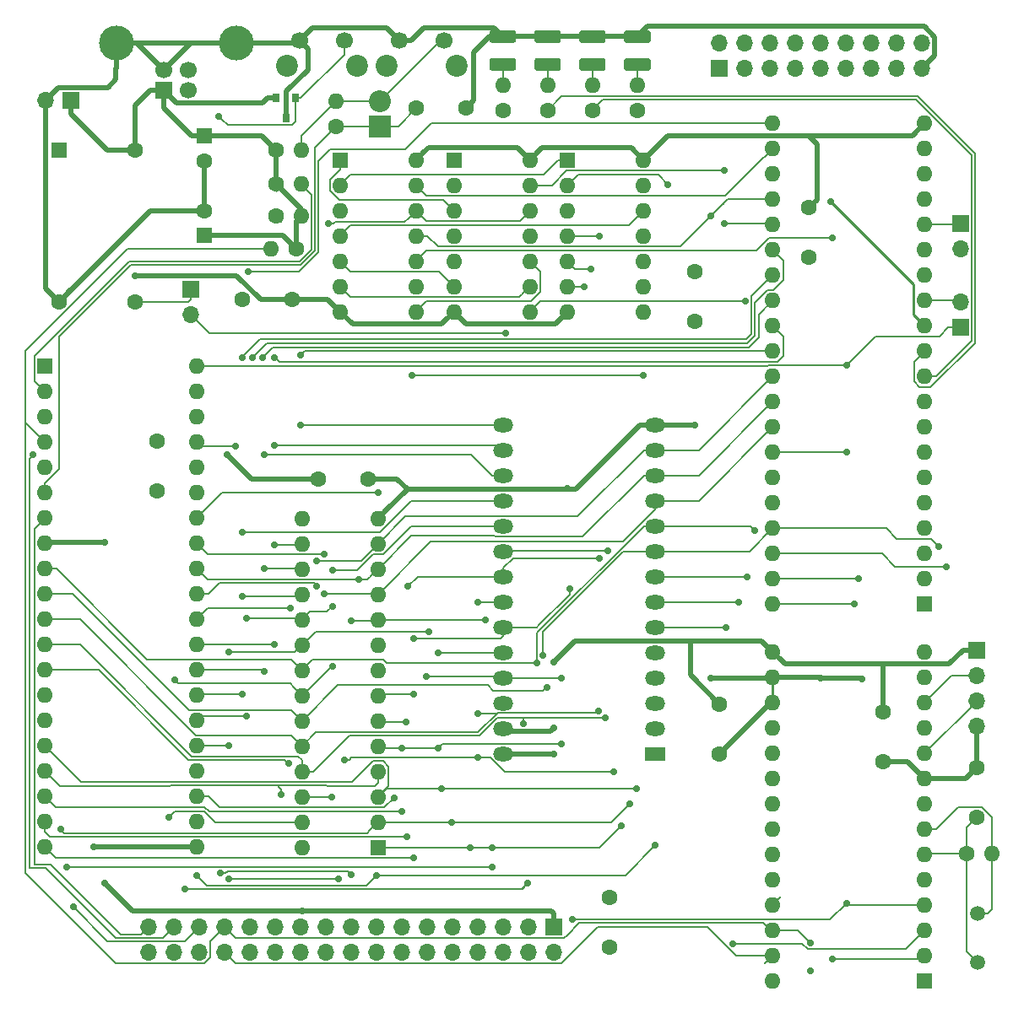
<source format=gbr>
G04 #@! TF.GenerationSoftware,KiCad,Pcbnew,5.1.5+dfsg1-2build2*
G04 #@! TF.CreationDate,2021-10-03T17:02:51+02:00*
G04 #@! TF.ProjectId,board6502,626f6172-6436-4353-9032-2e6b69636164,rev?*
G04 #@! TF.SameCoordinates,Original*
G04 #@! TF.FileFunction,Copper,L1,Top*
G04 #@! TF.FilePolarity,Positive*
%FSLAX46Y46*%
G04 Gerber Fmt 4.6, Leading zero omitted, Abs format (unit mm)*
G04 Created by KiCad (PCBNEW 5.1.5+dfsg1-2build2) date 2021-10-03 17:02:51*
%MOMM*%
%LPD*%
G04 APERTURE LIST*
%ADD10R,0.800000X0.900000*%
%ADD11C,1.600000*%
%ADD12O,1.600000X1.600000*%
%ADD13R,1.600000X1.600000*%
%ADD14R,1.700000X1.700000*%
%ADD15O,1.700000X1.700000*%
%ADD16C,1.700000*%
%ADD17C,3.500000*%
%ADD18C,0.100000*%
%ADD19R,2.200000X2.200000*%
%ADD20O,2.200000X2.200000*%
%ADD21C,2.200000*%
%ADD22R,2.000000X1.440000*%
%ADD23O,2.000000X1.440000*%
%ADD24C,1.500000*%
%ADD25C,0.700000*%
%ADD26C,0.177800*%
%ADD27C,0.254000*%
%ADD28C,0.508000*%
%ADD29C,0.152400*%
G04 APERTURE END LIST*
D10*
X72700000Y-39600000D03*
X70800000Y-39600000D03*
X71750000Y-41600000D03*
D11*
X102500000Y-40800000D03*
D12*
X102500000Y-38260000D03*
D13*
X81000000Y-114800000D03*
D12*
X73380000Y-81780000D03*
X81000000Y-112260000D03*
X73380000Y-84320000D03*
X81000000Y-109720000D03*
X73380000Y-86860000D03*
X81000000Y-107180000D03*
X73380000Y-89400000D03*
X81000000Y-104640000D03*
X73380000Y-91940000D03*
X81000000Y-102100000D03*
X73380000Y-94480000D03*
X81000000Y-99560000D03*
X73380000Y-97020000D03*
X81000000Y-97020000D03*
X73380000Y-99560000D03*
X81000000Y-94480000D03*
X73380000Y-102100000D03*
X81000000Y-91940000D03*
X73380000Y-104640000D03*
X81000000Y-89400000D03*
X73380000Y-107180000D03*
X81000000Y-86860000D03*
X73380000Y-109720000D03*
X81000000Y-84320000D03*
X73380000Y-112260000D03*
X81000000Y-81780000D03*
X73380000Y-114800000D03*
X120560000Y-90400000D03*
X135800000Y-42140000D03*
X120560000Y-87860000D03*
X135800000Y-44680000D03*
X120560000Y-85320000D03*
X135800000Y-47220000D03*
X120560000Y-82780000D03*
X135800000Y-49760000D03*
X120560000Y-80240000D03*
X135800000Y-52300000D03*
X120560000Y-77700000D03*
X135800000Y-54840000D03*
X120560000Y-75160000D03*
X135800000Y-57380000D03*
X120560000Y-72620000D03*
X135800000Y-59920000D03*
X120560000Y-70080000D03*
X135800000Y-62460000D03*
X120560000Y-67540000D03*
X135800000Y-65000000D03*
X120560000Y-65000000D03*
X135800000Y-67540000D03*
X120560000Y-62460000D03*
X135800000Y-70080000D03*
X120560000Y-59920000D03*
X135800000Y-72620000D03*
X120560000Y-57380000D03*
X135800000Y-75160000D03*
X120560000Y-54840000D03*
X135800000Y-77700000D03*
X120560000Y-52300000D03*
X135800000Y-80240000D03*
X120560000Y-49760000D03*
X135800000Y-82780000D03*
X120560000Y-47220000D03*
X135800000Y-85320000D03*
X120560000Y-44680000D03*
X135800000Y-87860000D03*
X120560000Y-42140000D03*
D13*
X135800000Y-90400000D03*
D14*
X115200000Y-36600000D03*
D15*
X115200000Y-34060000D03*
X117740000Y-36600000D03*
X117740000Y-34060000D03*
X120280000Y-36600000D03*
X120280000Y-34060000D03*
X122820000Y-36600000D03*
X122820000Y-34060000D03*
X125360000Y-36600000D03*
X125360000Y-34060000D03*
X127900000Y-36600000D03*
X127900000Y-34060000D03*
X130440000Y-36600000D03*
X130440000Y-34060000D03*
X132980000Y-36600000D03*
X132980000Y-34060000D03*
X135520000Y-36600000D03*
X135520000Y-34060000D03*
D14*
X59500000Y-38800000D03*
D16*
X62000000Y-38800000D03*
X62000000Y-36800000D03*
X59500000Y-36800000D03*
D17*
X54730000Y-34090000D03*
X66770000Y-34090000D03*
D15*
X57960000Y-125340000D03*
X57960000Y-122800000D03*
X60500000Y-125340000D03*
X60500000Y-122800000D03*
X63040000Y-125340000D03*
X63040000Y-122800000D03*
X65580000Y-125340000D03*
X65580000Y-122800000D03*
X68120000Y-125340000D03*
X68120000Y-122800000D03*
X70660000Y-125340000D03*
X70660000Y-122800000D03*
X73200000Y-125340000D03*
X73200000Y-122800000D03*
X75740000Y-125340000D03*
X75740000Y-122800000D03*
X78280000Y-125340000D03*
X78280000Y-122800000D03*
X80820000Y-125340000D03*
X80820000Y-122800000D03*
X83360000Y-125340000D03*
X83360000Y-122800000D03*
X85900000Y-125340000D03*
X85900000Y-122800000D03*
X88440000Y-125340000D03*
X88440000Y-122800000D03*
X90980000Y-125340000D03*
X90980000Y-122800000D03*
X93520000Y-125340000D03*
X93520000Y-122800000D03*
X96060000Y-125340000D03*
X96060000Y-122800000D03*
X98600000Y-125340000D03*
D14*
X98600000Y-122800000D03*
D11*
X141000000Y-106800000D03*
X141000000Y-111800000D03*
X124200000Y-50600000D03*
X124200000Y-55600000D03*
X75000000Y-77800000D03*
X80000000Y-77800000D03*
D13*
X63600000Y-43400000D03*
D11*
X63600000Y-45900000D03*
X72400000Y-59800000D03*
X67400000Y-59800000D03*
X112800000Y-62000000D03*
X112800000Y-57000000D03*
X131600000Y-101200000D03*
X131600000Y-106200000D03*
X58800000Y-79000000D03*
X58800000Y-74000000D03*
X63600000Y-50900000D03*
D13*
X63600000Y-53400000D03*
D11*
X104200000Y-119800000D03*
X104200000Y-124800000D03*
X115200000Y-105400000D03*
X115200000Y-100400000D03*
X89800000Y-40600000D03*
X84800000Y-40600000D03*
G04 #@! TA.AperFunction,SMDPad,CuDef*
D18*
G36*
X108099504Y-35576204D02*
G01*
X108123773Y-35579804D01*
X108147571Y-35585765D01*
X108170671Y-35594030D01*
X108192849Y-35604520D01*
X108213893Y-35617133D01*
X108233598Y-35631747D01*
X108251777Y-35648223D01*
X108268253Y-35666402D01*
X108282867Y-35686107D01*
X108295480Y-35707151D01*
X108305970Y-35729329D01*
X108314235Y-35752429D01*
X108320196Y-35776227D01*
X108323796Y-35800496D01*
X108325000Y-35825000D01*
X108325000Y-36575000D01*
X108323796Y-36599504D01*
X108320196Y-36623773D01*
X108314235Y-36647571D01*
X108305970Y-36670671D01*
X108295480Y-36692849D01*
X108282867Y-36713893D01*
X108268253Y-36733598D01*
X108251777Y-36751777D01*
X108233598Y-36768253D01*
X108213893Y-36782867D01*
X108192849Y-36795480D01*
X108170671Y-36805970D01*
X108147571Y-36814235D01*
X108123773Y-36820196D01*
X108099504Y-36823796D01*
X108075000Y-36825000D01*
X105925000Y-36825000D01*
X105900496Y-36823796D01*
X105876227Y-36820196D01*
X105852429Y-36814235D01*
X105829329Y-36805970D01*
X105807151Y-36795480D01*
X105786107Y-36782867D01*
X105766402Y-36768253D01*
X105748223Y-36751777D01*
X105731747Y-36733598D01*
X105717133Y-36713893D01*
X105704520Y-36692849D01*
X105694030Y-36670671D01*
X105685765Y-36647571D01*
X105679804Y-36623773D01*
X105676204Y-36599504D01*
X105675000Y-36575000D01*
X105675000Y-35825000D01*
X105676204Y-35800496D01*
X105679804Y-35776227D01*
X105685765Y-35752429D01*
X105694030Y-35729329D01*
X105704520Y-35707151D01*
X105717133Y-35686107D01*
X105731747Y-35666402D01*
X105748223Y-35648223D01*
X105766402Y-35631747D01*
X105786107Y-35617133D01*
X105807151Y-35604520D01*
X105829329Y-35594030D01*
X105852429Y-35585765D01*
X105876227Y-35579804D01*
X105900496Y-35576204D01*
X105925000Y-35575000D01*
X108075000Y-35575000D01*
X108099504Y-35576204D01*
G37*
G04 #@! TD.AperFunction*
G04 #@! TA.AperFunction,SMDPad,CuDef*
G36*
X108099504Y-32776204D02*
G01*
X108123773Y-32779804D01*
X108147571Y-32785765D01*
X108170671Y-32794030D01*
X108192849Y-32804520D01*
X108213893Y-32817133D01*
X108233598Y-32831747D01*
X108251777Y-32848223D01*
X108268253Y-32866402D01*
X108282867Y-32886107D01*
X108295480Y-32907151D01*
X108305970Y-32929329D01*
X108314235Y-32952429D01*
X108320196Y-32976227D01*
X108323796Y-33000496D01*
X108325000Y-33025000D01*
X108325000Y-33775000D01*
X108323796Y-33799504D01*
X108320196Y-33823773D01*
X108314235Y-33847571D01*
X108305970Y-33870671D01*
X108295480Y-33892849D01*
X108282867Y-33913893D01*
X108268253Y-33933598D01*
X108251777Y-33951777D01*
X108233598Y-33968253D01*
X108213893Y-33982867D01*
X108192849Y-33995480D01*
X108170671Y-34005970D01*
X108147571Y-34014235D01*
X108123773Y-34020196D01*
X108099504Y-34023796D01*
X108075000Y-34025000D01*
X105925000Y-34025000D01*
X105900496Y-34023796D01*
X105876227Y-34020196D01*
X105852429Y-34014235D01*
X105829329Y-34005970D01*
X105807151Y-33995480D01*
X105786107Y-33982867D01*
X105766402Y-33968253D01*
X105748223Y-33951777D01*
X105731747Y-33933598D01*
X105717133Y-33913893D01*
X105704520Y-33892849D01*
X105694030Y-33870671D01*
X105685765Y-33847571D01*
X105679804Y-33823773D01*
X105676204Y-33799504D01*
X105675000Y-33775000D01*
X105675000Y-33025000D01*
X105676204Y-33000496D01*
X105679804Y-32976227D01*
X105685765Y-32952429D01*
X105694030Y-32929329D01*
X105704520Y-32907151D01*
X105717133Y-32886107D01*
X105731747Y-32866402D01*
X105748223Y-32848223D01*
X105766402Y-32831747D01*
X105786107Y-32817133D01*
X105807151Y-32804520D01*
X105829329Y-32794030D01*
X105852429Y-32785765D01*
X105876227Y-32779804D01*
X105900496Y-32776204D01*
X105925000Y-32775000D01*
X108075000Y-32775000D01*
X108099504Y-32776204D01*
G37*
G04 #@! TD.AperFunction*
G04 #@! TA.AperFunction,SMDPad,CuDef*
G36*
X103599504Y-32776204D02*
G01*
X103623773Y-32779804D01*
X103647571Y-32785765D01*
X103670671Y-32794030D01*
X103692849Y-32804520D01*
X103713893Y-32817133D01*
X103733598Y-32831747D01*
X103751777Y-32848223D01*
X103768253Y-32866402D01*
X103782867Y-32886107D01*
X103795480Y-32907151D01*
X103805970Y-32929329D01*
X103814235Y-32952429D01*
X103820196Y-32976227D01*
X103823796Y-33000496D01*
X103825000Y-33025000D01*
X103825000Y-33775000D01*
X103823796Y-33799504D01*
X103820196Y-33823773D01*
X103814235Y-33847571D01*
X103805970Y-33870671D01*
X103795480Y-33892849D01*
X103782867Y-33913893D01*
X103768253Y-33933598D01*
X103751777Y-33951777D01*
X103733598Y-33968253D01*
X103713893Y-33982867D01*
X103692849Y-33995480D01*
X103670671Y-34005970D01*
X103647571Y-34014235D01*
X103623773Y-34020196D01*
X103599504Y-34023796D01*
X103575000Y-34025000D01*
X101425000Y-34025000D01*
X101400496Y-34023796D01*
X101376227Y-34020196D01*
X101352429Y-34014235D01*
X101329329Y-34005970D01*
X101307151Y-33995480D01*
X101286107Y-33982867D01*
X101266402Y-33968253D01*
X101248223Y-33951777D01*
X101231747Y-33933598D01*
X101217133Y-33913893D01*
X101204520Y-33892849D01*
X101194030Y-33870671D01*
X101185765Y-33847571D01*
X101179804Y-33823773D01*
X101176204Y-33799504D01*
X101175000Y-33775000D01*
X101175000Y-33025000D01*
X101176204Y-33000496D01*
X101179804Y-32976227D01*
X101185765Y-32952429D01*
X101194030Y-32929329D01*
X101204520Y-32907151D01*
X101217133Y-32886107D01*
X101231747Y-32866402D01*
X101248223Y-32848223D01*
X101266402Y-32831747D01*
X101286107Y-32817133D01*
X101307151Y-32804520D01*
X101329329Y-32794030D01*
X101352429Y-32785765D01*
X101376227Y-32779804D01*
X101400496Y-32776204D01*
X101425000Y-32775000D01*
X103575000Y-32775000D01*
X103599504Y-32776204D01*
G37*
G04 #@! TD.AperFunction*
G04 #@! TA.AperFunction,SMDPad,CuDef*
G36*
X103599504Y-35576204D02*
G01*
X103623773Y-35579804D01*
X103647571Y-35585765D01*
X103670671Y-35594030D01*
X103692849Y-35604520D01*
X103713893Y-35617133D01*
X103733598Y-35631747D01*
X103751777Y-35648223D01*
X103768253Y-35666402D01*
X103782867Y-35686107D01*
X103795480Y-35707151D01*
X103805970Y-35729329D01*
X103814235Y-35752429D01*
X103820196Y-35776227D01*
X103823796Y-35800496D01*
X103825000Y-35825000D01*
X103825000Y-36575000D01*
X103823796Y-36599504D01*
X103820196Y-36623773D01*
X103814235Y-36647571D01*
X103805970Y-36670671D01*
X103795480Y-36692849D01*
X103782867Y-36713893D01*
X103768253Y-36733598D01*
X103751777Y-36751777D01*
X103733598Y-36768253D01*
X103713893Y-36782867D01*
X103692849Y-36795480D01*
X103670671Y-36805970D01*
X103647571Y-36814235D01*
X103623773Y-36820196D01*
X103599504Y-36823796D01*
X103575000Y-36825000D01*
X101425000Y-36825000D01*
X101400496Y-36823796D01*
X101376227Y-36820196D01*
X101352429Y-36814235D01*
X101329329Y-36805970D01*
X101307151Y-36795480D01*
X101286107Y-36782867D01*
X101266402Y-36768253D01*
X101248223Y-36751777D01*
X101231747Y-36733598D01*
X101217133Y-36713893D01*
X101204520Y-36692849D01*
X101194030Y-36670671D01*
X101185765Y-36647571D01*
X101179804Y-36623773D01*
X101176204Y-36599504D01*
X101175000Y-36575000D01*
X101175000Y-35825000D01*
X101176204Y-35800496D01*
X101179804Y-35776227D01*
X101185765Y-35752429D01*
X101194030Y-35729329D01*
X101204520Y-35707151D01*
X101217133Y-35686107D01*
X101231747Y-35666402D01*
X101248223Y-35648223D01*
X101266402Y-35631747D01*
X101286107Y-35617133D01*
X101307151Y-35604520D01*
X101329329Y-35594030D01*
X101352429Y-35585765D01*
X101376227Y-35579804D01*
X101400496Y-35576204D01*
X101425000Y-35575000D01*
X103575000Y-35575000D01*
X103599504Y-35576204D01*
G37*
G04 #@! TD.AperFunction*
G04 #@! TA.AperFunction,SMDPad,CuDef*
G36*
X99099504Y-32776204D02*
G01*
X99123773Y-32779804D01*
X99147571Y-32785765D01*
X99170671Y-32794030D01*
X99192849Y-32804520D01*
X99213893Y-32817133D01*
X99233598Y-32831747D01*
X99251777Y-32848223D01*
X99268253Y-32866402D01*
X99282867Y-32886107D01*
X99295480Y-32907151D01*
X99305970Y-32929329D01*
X99314235Y-32952429D01*
X99320196Y-32976227D01*
X99323796Y-33000496D01*
X99325000Y-33025000D01*
X99325000Y-33775000D01*
X99323796Y-33799504D01*
X99320196Y-33823773D01*
X99314235Y-33847571D01*
X99305970Y-33870671D01*
X99295480Y-33892849D01*
X99282867Y-33913893D01*
X99268253Y-33933598D01*
X99251777Y-33951777D01*
X99233598Y-33968253D01*
X99213893Y-33982867D01*
X99192849Y-33995480D01*
X99170671Y-34005970D01*
X99147571Y-34014235D01*
X99123773Y-34020196D01*
X99099504Y-34023796D01*
X99075000Y-34025000D01*
X96925000Y-34025000D01*
X96900496Y-34023796D01*
X96876227Y-34020196D01*
X96852429Y-34014235D01*
X96829329Y-34005970D01*
X96807151Y-33995480D01*
X96786107Y-33982867D01*
X96766402Y-33968253D01*
X96748223Y-33951777D01*
X96731747Y-33933598D01*
X96717133Y-33913893D01*
X96704520Y-33892849D01*
X96694030Y-33870671D01*
X96685765Y-33847571D01*
X96679804Y-33823773D01*
X96676204Y-33799504D01*
X96675000Y-33775000D01*
X96675000Y-33025000D01*
X96676204Y-33000496D01*
X96679804Y-32976227D01*
X96685765Y-32952429D01*
X96694030Y-32929329D01*
X96704520Y-32907151D01*
X96717133Y-32886107D01*
X96731747Y-32866402D01*
X96748223Y-32848223D01*
X96766402Y-32831747D01*
X96786107Y-32817133D01*
X96807151Y-32804520D01*
X96829329Y-32794030D01*
X96852429Y-32785765D01*
X96876227Y-32779804D01*
X96900496Y-32776204D01*
X96925000Y-32775000D01*
X99075000Y-32775000D01*
X99099504Y-32776204D01*
G37*
G04 #@! TD.AperFunction*
G04 #@! TA.AperFunction,SMDPad,CuDef*
G36*
X99099504Y-35576204D02*
G01*
X99123773Y-35579804D01*
X99147571Y-35585765D01*
X99170671Y-35594030D01*
X99192849Y-35604520D01*
X99213893Y-35617133D01*
X99233598Y-35631747D01*
X99251777Y-35648223D01*
X99268253Y-35666402D01*
X99282867Y-35686107D01*
X99295480Y-35707151D01*
X99305970Y-35729329D01*
X99314235Y-35752429D01*
X99320196Y-35776227D01*
X99323796Y-35800496D01*
X99325000Y-35825000D01*
X99325000Y-36575000D01*
X99323796Y-36599504D01*
X99320196Y-36623773D01*
X99314235Y-36647571D01*
X99305970Y-36670671D01*
X99295480Y-36692849D01*
X99282867Y-36713893D01*
X99268253Y-36733598D01*
X99251777Y-36751777D01*
X99233598Y-36768253D01*
X99213893Y-36782867D01*
X99192849Y-36795480D01*
X99170671Y-36805970D01*
X99147571Y-36814235D01*
X99123773Y-36820196D01*
X99099504Y-36823796D01*
X99075000Y-36825000D01*
X96925000Y-36825000D01*
X96900496Y-36823796D01*
X96876227Y-36820196D01*
X96852429Y-36814235D01*
X96829329Y-36805970D01*
X96807151Y-36795480D01*
X96786107Y-36782867D01*
X96766402Y-36768253D01*
X96748223Y-36751777D01*
X96731747Y-36733598D01*
X96717133Y-36713893D01*
X96704520Y-36692849D01*
X96694030Y-36670671D01*
X96685765Y-36647571D01*
X96679804Y-36623773D01*
X96676204Y-36599504D01*
X96675000Y-36575000D01*
X96675000Y-35825000D01*
X96676204Y-35800496D01*
X96679804Y-35776227D01*
X96685765Y-35752429D01*
X96694030Y-35729329D01*
X96704520Y-35707151D01*
X96717133Y-35686107D01*
X96731747Y-35666402D01*
X96748223Y-35648223D01*
X96766402Y-35631747D01*
X96786107Y-35617133D01*
X96807151Y-35604520D01*
X96829329Y-35594030D01*
X96852429Y-35585765D01*
X96876227Y-35579804D01*
X96900496Y-35576204D01*
X96925000Y-35575000D01*
X99075000Y-35575000D01*
X99099504Y-35576204D01*
G37*
G04 #@! TD.AperFunction*
D19*
X81200000Y-42400000D03*
D20*
X81200000Y-39860000D03*
G04 #@! TA.AperFunction,SMDPad,CuDef*
D18*
G36*
X94599504Y-35576204D02*
G01*
X94623773Y-35579804D01*
X94647571Y-35585765D01*
X94670671Y-35594030D01*
X94692849Y-35604520D01*
X94713893Y-35617133D01*
X94733598Y-35631747D01*
X94751777Y-35648223D01*
X94768253Y-35666402D01*
X94782867Y-35686107D01*
X94795480Y-35707151D01*
X94805970Y-35729329D01*
X94814235Y-35752429D01*
X94820196Y-35776227D01*
X94823796Y-35800496D01*
X94825000Y-35825000D01*
X94825000Y-36575000D01*
X94823796Y-36599504D01*
X94820196Y-36623773D01*
X94814235Y-36647571D01*
X94805970Y-36670671D01*
X94795480Y-36692849D01*
X94782867Y-36713893D01*
X94768253Y-36733598D01*
X94751777Y-36751777D01*
X94733598Y-36768253D01*
X94713893Y-36782867D01*
X94692849Y-36795480D01*
X94670671Y-36805970D01*
X94647571Y-36814235D01*
X94623773Y-36820196D01*
X94599504Y-36823796D01*
X94575000Y-36825000D01*
X92425000Y-36825000D01*
X92400496Y-36823796D01*
X92376227Y-36820196D01*
X92352429Y-36814235D01*
X92329329Y-36805970D01*
X92307151Y-36795480D01*
X92286107Y-36782867D01*
X92266402Y-36768253D01*
X92248223Y-36751777D01*
X92231747Y-36733598D01*
X92217133Y-36713893D01*
X92204520Y-36692849D01*
X92194030Y-36670671D01*
X92185765Y-36647571D01*
X92179804Y-36623773D01*
X92176204Y-36599504D01*
X92175000Y-36575000D01*
X92175000Y-35825000D01*
X92176204Y-35800496D01*
X92179804Y-35776227D01*
X92185765Y-35752429D01*
X92194030Y-35729329D01*
X92204520Y-35707151D01*
X92217133Y-35686107D01*
X92231747Y-35666402D01*
X92248223Y-35648223D01*
X92266402Y-35631747D01*
X92286107Y-35617133D01*
X92307151Y-35604520D01*
X92329329Y-35594030D01*
X92352429Y-35585765D01*
X92376227Y-35579804D01*
X92400496Y-35576204D01*
X92425000Y-35575000D01*
X94575000Y-35575000D01*
X94599504Y-35576204D01*
G37*
G04 #@! TD.AperFunction*
G04 #@! TA.AperFunction,SMDPad,CuDef*
G36*
X94599504Y-32776204D02*
G01*
X94623773Y-32779804D01*
X94647571Y-32785765D01*
X94670671Y-32794030D01*
X94692849Y-32804520D01*
X94713893Y-32817133D01*
X94733598Y-32831747D01*
X94751777Y-32848223D01*
X94768253Y-32866402D01*
X94782867Y-32886107D01*
X94795480Y-32907151D01*
X94805970Y-32929329D01*
X94814235Y-32952429D01*
X94820196Y-32976227D01*
X94823796Y-33000496D01*
X94825000Y-33025000D01*
X94825000Y-33775000D01*
X94823796Y-33799504D01*
X94820196Y-33823773D01*
X94814235Y-33847571D01*
X94805970Y-33870671D01*
X94795480Y-33892849D01*
X94782867Y-33913893D01*
X94768253Y-33933598D01*
X94751777Y-33951777D01*
X94733598Y-33968253D01*
X94713893Y-33982867D01*
X94692849Y-33995480D01*
X94670671Y-34005970D01*
X94647571Y-34014235D01*
X94623773Y-34020196D01*
X94599504Y-34023796D01*
X94575000Y-34025000D01*
X92425000Y-34025000D01*
X92400496Y-34023796D01*
X92376227Y-34020196D01*
X92352429Y-34014235D01*
X92329329Y-34005970D01*
X92307151Y-33995480D01*
X92286107Y-33982867D01*
X92266402Y-33968253D01*
X92248223Y-33951777D01*
X92231747Y-33933598D01*
X92217133Y-33913893D01*
X92204520Y-33892849D01*
X92194030Y-33870671D01*
X92185765Y-33847571D01*
X92179804Y-33823773D01*
X92176204Y-33799504D01*
X92175000Y-33775000D01*
X92175000Y-33025000D01*
X92176204Y-33000496D01*
X92179804Y-32976227D01*
X92185765Y-32952429D01*
X92194030Y-32929329D01*
X92204520Y-32907151D01*
X92217133Y-32886107D01*
X92231747Y-32866402D01*
X92248223Y-32848223D01*
X92266402Y-32831747D01*
X92286107Y-32817133D01*
X92307151Y-32804520D01*
X92329329Y-32794030D01*
X92352429Y-32785765D01*
X92376227Y-32779804D01*
X92400496Y-32776204D01*
X92425000Y-32775000D01*
X94575000Y-32775000D01*
X94599504Y-32776204D01*
G37*
G04 #@! TD.AperFunction*
D14*
X141000000Y-95000000D03*
D15*
X141000000Y-97540000D03*
X141000000Y-100080000D03*
X141000000Y-102620000D03*
X47660000Y-39800000D03*
D14*
X50200000Y-39800000D03*
X139400000Y-62600000D03*
D15*
X139400000Y-60060000D03*
D14*
X139400000Y-52200000D03*
D15*
X139400000Y-54740000D03*
X62200000Y-61340000D03*
D14*
X62200000Y-58800000D03*
D12*
X107000000Y-38260000D03*
D11*
X107000000Y-40800000D03*
D12*
X98000000Y-38260000D03*
D11*
X98000000Y-40800000D03*
D12*
X70260000Y-54750000D03*
D11*
X72800000Y-54750000D03*
X70750000Y-48200000D03*
D12*
X73290000Y-48200000D03*
D11*
X70750000Y-51400000D03*
D12*
X73290000Y-51400000D03*
X142540000Y-115400000D03*
D11*
X140000000Y-115400000D03*
X70750000Y-44800000D03*
D12*
X73290000Y-44800000D03*
D11*
X76800000Y-42400000D03*
D12*
X76800000Y-39860000D03*
X93500000Y-38260000D03*
D11*
X93500000Y-40800000D03*
D16*
X73100000Y-33800000D03*
X77600000Y-33800000D03*
D21*
X71850000Y-36300000D03*
X78850000Y-36300000D03*
X88850000Y-36300000D03*
X81850000Y-36300000D03*
D16*
X87600000Y-33800000D03*
X83100000Y-33800000D03*
D13*
X88600000Y-45800000D03*
D12*
X96220000Y-61040000D03*
X88600000Y-48340000D03*
X96220000Y-58500000D03*
X88600000Y-50880000D03*
X96220000Y-55960000D03*
X88600000Y-53420000D03*
X96220000Y-53420000D03*
X88600000Y-55960000D03*
X96220000Y-50880000D03*
X88600000Y-58500000D03*
X96220000Y-48340000D03*
X88600000Y-61040000D03*
X96220000Y-45800000D03*
D13*
X77200000Y-45800000D03*
D12*
X84820000Y-61040000D03*
X77200000Y-48340000D03*
X84820000Y-58500000D03*
X77200000Y-50880000D03*
X84820000Y-55960000D03*
X77200000Y-53420000D03*
X84820000Y-53420000D03*
X77200000Y-55960000D03*
X84820000Y-50880000D03*
X77200000Y-58500000D03*
X84820000Y-48340000D03*
X77200000Y-61040000D03*
X84820000Y-45800000D03*
X107620000Y-45800000D03*
X100000000Y-61040000D03*
X107620000Y-48340000D03*
X100000000Y-58500000D03*
X107620000Y-50880000D03*
X100000000Y-55960000D03*
X107620000Y-53420000D03*
X100000000Y-53420000D03*
X107620000Y-55960000D03*
X100000000Y-50880000D03*
X107620000Y-58500000D03*
X100000000Y-48340000D03*
X107620000Y-61040000D03*
D13*
X100000000Y-45800000D03*
X135800000Y-128200000D03*
D12*
X120560000Y-95180000D03*
X135800000Y-125660000D03*
X120560000Y-97720000D03*
X135800000Y-123120000D03*
X120560000Y-100260000D03*
X135800000Y-120580000D03*
X120560000Y-102800000D03*
X135800000Y-118040000D03*
X120560000Y-105340000D03*
X135800000Y-115500000D03*
X120560000Y-107880000D03*
X135800000Y-112960000D03*
X120560000Y-110420000D03*
X135800000Y-110420000D03*
X120560000Y-112960000D03*
X135800000Y-107880000D03*
X120560000Y-115500000D03*
X135800000Y-105340000D03*
X120560000Y-118040000D03*
X135800000Y-102800000D03*
X120560000Y-120580000D03*
X135800000Y-100260000D03*
X120560000Y-123120000D03*
X135800000Y-97720000D03*
X120560000Y-125660000D03*
X135800000Y-95180000D03*
X120560000Y-128200000D03*
D13*
X47600000Y-66500000D03*
D12*
X62840000Y-114760000D03*
X47600000Y-69040000D03*
X62840000Y-112220000D03*
X47600000Y-71580000D03*
X62840000Y-109680000D03*
X47600000Y-74120000D03*
X62840000Y-107140000D03*
X47600000Y-76660000D03*
X62840000Y-104600000D03*
X47600000Y-79200000D03*
X62840000Y-102060000D03*
X47600000Y-81740000D03*
X62840000Y-99520000D03*
X47600000Y-84280000D03*
X62840000Y-96980000D03*
X47600000Y-86820000D03*
X62840000Y-94440000D03*
X47600000Y-89360000D03*
X62840000Y-91900000D03*
X47600000Y-91900000D03*
X62840000Y-89360000D03*
X47600000Y-94440000D03*
X62840000Y-86820000D03*
X47600000Y-96980000D03*
X62840000Y-84280000D03*
X47600000Y-99520000D03*
X62840000Y-81740000D03*
X47600000Y-102060000D03*
X62840000Y-79200000D03*
X47600000Y-104600000D03*
X62840000Y-76660000D03*
X47600000Y-107140000D03*
X62840000Y-74120000D03*
X47600000Y-109680000D03*
X62840000Y-71580000D03*
X47600000Y-112220000D03*
X62840000Y-69040000D03*
X47600000Y-114760000D03*
X62840000Y-66500000D03*
D22*
X108800000Y-105400000D03*
D23*
X93560000Y-105400000D03*
X108800000Y-102860000D03*
X93560000Y-102860000D03*
X108800000Y-100320000D03*
X93560000Y-100320000D03*
X108800000Y-97780000D03*
X93560000Y-97780000D03*
X108800000Y-95240000D03*
X93560000Y-95240000D03*
X108800000Y-92700000D03*
X93560000Y-92700000D03*
X108800000Y-90160000D03*
X93560000Y-90160000D03*
X108800000Y-87620000D03*
X93560000Y-87620000D03*
X108800000Y-85080000D03*
X93560000Y-85080000D03*
X108800000Y-82540000D03*
X93560000Y-82540000D03*
X108800000Y-80000000D03*
X93560000Y-80000000D03*
X108800000Y-77460000D03*
X93560000Y-77460000D03*
X108800000Y-74920000D03*
X93560000Y-74920000D03*
X108800000Y-72380000D03*
X93560000Y-72380000D03*
D13*
X49000000Y-44800000D03*
D11*
X56620000Y-44800000D03*
X56620000Y-60040000D03*
X49000000Y-60040000D03*
D24*
X141100000Y-126300000D03*
X141100000Y-121400000D03*
D25*
X125400000Y-97800000D03*
X129534000Y-97866000D03*
X112800000Y-72400000D03*
X114400000Y-97800000D03*
X100000000Y-78800000D03*
X52440000Y-114760000D03*
X56600000Y-57400000D03*
X98600000Y-105400000D03*
X98600000Y-96200000D03*
X98600000Y-102800000D03*
X53600000Y-84200000D03*
X73380000Y-121180000D03*
X53600000Y-118400000D03*
X65838219Y-75361781D03*
X50408002Y-120791998D03*
X128800000Y-90400000D03*
X129200000Y-87800000D03*
X65000000Y-41400000D03*
X127960000Y-75160000D03*
X128000000Y-66400000D03*
X127960000Y-120440000D03*
X100465999Y-122065999D03*
X96909999Y-96309999D03*
X118800000Y-83000000D03*
X138000000Y-86600000D03*
X137200000Y-84600000D03*
X97900000Y-98700000D03*
X97514000Y-95486000D03*
X117980000Y-87620000D03*
X103100000Y-101100000D03*
X91000000Y-101400000D03*
X117160000Y-90160000D03*
X103800000Y-101800000D03*
X95600000Y-102400000D03*
X72000000Y-106400000D03*
X76320000Y-109720000D03*
X77600000Y-106000000D03*
X104600000Y-107200000D03*
X91004211Y-105795789D03*
X115900000Y-92700000D03*
X114400000Y-51400000D03*
X92415999Y-114815999D03*
X49804001Y-116795999D03*
X92415999Y-116784001D03*
X105400000Y-112600000D03*
X90200000Y-114800000D03*
X49200000Y-113000000D03*
X88340000Y-112260000D03*
X106200000Y-110400000D03*
X87335999Y-108864001D03*
X106935999Y-108864001D03*
X71300000Y-109500000D03*
X85800000Y-97600000D03*
X101700000Y-58500000D03*
X99400000Y-97800000D03*
X83365999Y-111165999D03*
X83365999Y-104834001D03*
X87034001Y-104834001D03*
X87034001Y-95234001D03*
X99374010Y-104425990D03*
X102304001Y-56710973D03*
X83905999Y-113705999D03*
X83800000Y-102200000D03*
X84000000Y-88600000D03*
X103180000Y-53420000D03*
X103180000Y-85780000D03*
X84545999Y-115854001D03*
X84545999Y-93854001D03*
X84545999Y-99454001D03*
X100200000Y-88800000D03*
X80820000Y-117620000D03*
X62800000Y-117600000D03*
X108800000Y-114600000D03*
X110054001Y-48254001D03*
X82600000Y-109800000D03*
X78280000Y-117520000D03*
X65200000Y-117400000D03*
X78280000Y-92080000D03*
X91740000Y-91940000D03*
X66000000Y-104600000D03*
X66000000Y-95200000D03*
X66000000Y-118000000D03*
X77000000Y-118000000D03*
X86054001Y-93145999D03*
X75574001Y-85374001D03*
X75574001Y-89374001D03*
X79085999Y-87914001D03*
X74800000Y-88600000D03*
X74800000Y-86000000D03*
X72200000Y-90800000D03*
X73220000Y-72380000D03*
X73220000Y-65420000D03*
X70560000Y-94440000D03*
X70560000Y-74440000D03*
X70560000Y-84440000D03*
X70600000Y-65600000D03*
X69555999Y-97155999D03*
X69555999Y-86844001D03*
X69400000Y-65600000D03*
X69600000Y-75400000D03*
X67400000Y-99400000D03*
X67400000Y-89600000D03*
X67400000Y-83200000D03*
X67400000Y-65600000D03*
X67775999Y-101624001D03*
X67800000Y-91800000D03*
X68400000Y-65600000D03*
X76400000Y-90600000D03*
X76400000Y-87000000D03*
X68000000Y-57000000D03*
X124400000Y-127200000D03*
X124400000Y-124400000D03*
X66684001Y-74484001D03*
X115745999Y-46854001D03*
X115745999Y-52145999D03*
X93800000Y-63200000D03*
X60000000Y-111800000D03*
X96000000Y-118400000D03*
X61604001Y-118995999D03*
X46400000Y-75400000D03*
X76400000Y-96600000D03*
X76000000Y-52200000D03*
X60600000Y-98000000D03*
X126400000Y-50000000D03*
X117814001Y-59985999D03*
X116555999Y-124444001D03*
X91000000Y-90200000D03*
X107620000Y-67380000D03*
X84400000Y-67400000D03*
X126600000Y-53600000D03*
X126600000Y-126000000D03*
X104000000Y-85000000D03*
X81000000Y-79200000D03*
D26*
X60000000Y-36800000D02*
X59500000Y-36800000D01*
D27*
X63600000Y-50900000D02*
X63600000Y-49768630D01*
X120640000Y-97800000D02*
X120560000Y-97720000D01*
X120560000Y-98851370D02*
X120560000Y-100260000D01*
X120560000Y-97720000D02*
X120560000Y-98851370D01*
D28*
X81799999Y-80980001D02*
X81000000Y-81780000D01*
X100823810Y-78848190D02*
X83931810Y-78848190D01*
X107292000Y-72380000D02*
X100823810Y-78848190D01*
X83931810Y-78848190D02*
X81799999Y-80980001D01*
X108800000Y-72380000D02*
X107292000Y-72380000D01*
X87800001Y-61839999D02*
X88600000Y-61040000D01*
X87368199Y-62271801D02*
X87800001Y-61839999D01*
X78431801Y-62271801D02*
X87368199Y-62271801D01*
X77200000Y-61040000D02*
X78431801Y-62271801D01*
X99200001Y-61839999D02*
X100000000Y-61040000D01*
X98768199Y-62271801D02*
X99200001Y-61839999D01*
X89831801Y-62271801D02*
X98768199Y-62271801D01*
X88600000Y-61040000D02*
X89831801Y-62271801D01*
X53420000Y-34090000D02*
X54730000Y-34090000D01*
X57204873Y-34090000D02*
X66770000Y-34090000D01*
X54730000Y-34090000D02*
X57204873Y-34090000D01*
X56790000Y-34090000D02*
X54730000Y-34090000D01*
X59500000Y-36800000D02*
X56790000Y-34090000D01*
X62210000Y-34090000D02*
X66770000Y-34090000D01*
X59500000Y-36800000D02*
X62210000Y-34090000D01*
X72640001Y-33340001D02*
X73100000Y-33800000D01*
X73949999Y-32950001D02*
X73100000Y-33800000D01*
X83100000Y-33800000D02*
X81818199Y-32518199D01*
X58140000Y-50900000D02*
X49000000Y-60040000D01*
X63600000Y-50900000D02*
X58140000Y-50900000D01*
X62840000Y-114760000D02*
X52440000Y-114760000D01*
X82883620Y-77800000D02*
X83931810Y-78848190D01*
X80000000Y-77800000D02*
X82883620Y-77800000D01*
X63600000Y-50900000D02*
X63600000Y-45900000D01*
X49000000Y-60040000D02*
X50231801Y-58808199D01*
X69223066Y-59800000D02*
X66823066Y-57400000D01*
X72400000Y-59800000D02*
X69223066Y-59800000D01*
X66823066Y-57400000D02*
X56600000Y-57400000D01*
X56600000Y-57400000D02*
X56600000Y-57400000D01*
X75960000Y-59800000D02*
X77200000Y-61040000D01*
X72400000Y-59800000D02*
X75960000Y-59800000D01*
X136801801Y-33444735D02*
X135757066Y-32400000D01*
X136801801Y-35318199D02*
X136801801Y-33444735D01*
X135520000Y-36600000D02*
X136801801Y-35318199D01*
X112780000Y-72380000D02*
X112800000Y-72400000D01*
X108800000Y-72380000D02*
X112780000Y-72380000D01*
X120480000Y-97800000D02*
X120560000Y-97720000D01*
X114400000Y-97800000D02*
X120480000Y-97800000D01*
X125320000Y-97720000D02*
X125400000Y-97800000D01*
X120560000Y-97720000D02*
X125320000Y-97720000D01*
X129468000Y-97800000D02*
X129534000Y-97866000D01*
X125400000Y-97800000D02*
X129468000Y-97800000D01*
X120340000Y-100260000D02*
X120560000Y-100260000D01*
X115200000Y-105400000D02*
X120340000Y-100260000D01*
X134120000Y-106200000D02*
X135800000Y-107880000D01*
X131600000Y-106200000D02*
X134120000Y-106200000D01*
X139920000Y-107880000D02*
X141000000Y-106800000D01*
X135800000Y-107880000D02*
X139920000Y-107880000D01*
X141000000Y-106800000D02*
X141000000Y-102620000D01*
X72810000Y-34090000D02*
X73100000Y-33800000D01*
X66770000Y-34090000D02*
X72810000Y-34090000D01*
X73949999Y-34649999D02*
X73100000Y-33800000D01*
X71750000Y-38922758D02*
X73949999Y-36722759D01*
X73949999Y-36722759D02*
X73949999Y-34649999D01*
X71750000Y-41600000D02*
X71750000Y-38922758D01*
X81818199Y-32518199D02*
X74381801Y-32518199D01*
X74381801Y-32518199D02*
X73949999Y-32950001D01*
X47660000Y-58700000D02*
X49000000Y-60040000D01*
X47660000Y-39800000D02*
X47660000Y-58700000D01*
X53881801Y-38518199D02*
X48941801Y-38518199D01*
X54694873Y-37705127D02*
X53881801Y-38518199D01*
X48941801Y-38518199D02*
X47660000Y-39800000D01*
X54694873Y-36600000D02*
X54694873Y-37705127D01*
X54730000Y-36564873D02*
X54694873Y-36600000D01*
X54730000Y-34090000D02*
X54730000Y-36564873D01*
X107000000Y-33400000D02*
X102500000Y-33400000D01*
X102500000Y-33400000D02*
X98000000Y-33400000D01*
X98000000Y-33400000D02*
X93500000Y-33400000D01*
X90599999Y-39800001D02*
X89800000Y-40600000D01*
X90599999Y-34975001D02*
X90599999Y-39800001D01*
X92175000Y-33400000D02*
X90599999Y-34975001D01*
X93500000Y-33400000D02*
X92175000Y-33400000D01*
X92618199Y-32518199D02*
X92875000Y-32775000D01*
X92875000Y-32775000D02*
X93500000Y-33400000D01*
X85583882Y-32518199D02*
X92618199Y-32518199D01*
X84302081Y-33800000D02*
X85583882Y-32518199D01*
X83100000Y-33800000D02*
X84302081Y-33800000D01*
X108000000Y-32400000D02*
X135757066Y-32400000D01*
X107000000Y-33400000D02*
X108000000Y-32400000D01*
D29*
X140000000Y-125200000D02*
X140000000Y-115400000D01*
X141100000Y-126300000D02*
X140000000Y-125200000D01*
X135900000Y-115400000D02*
X135800000Y-115500000D01*
X140000000Y-115400000D02*
X135900000Y-115400000D01*
X140000000Y-112800000D02*
X141000000Y-111800000D01*
X140000000Y-115400000D02*
X140000000Y-112800000D01*
D26*
X73300000Y-54250000D02*
X72800000Y-54750000D01*
D27*
X62996000Y-43400000D02*
X63600000Y-43400000D01*
X73090000Y-54460000D02*
X72800000Y-54750000D01*
X73290000Y-54260000D02*
X72800000Y-54750000D01*
X70750000Y-48860000D02*
X70750000Y-48200000D01*
X98600000Y-121696000D02*
X98600000Y-122800000D01*
X98504000Y-121600000D02*
X98600000Y-121696000D01*
X93560000Y-102860000D02*
X93840000Y-102860000D01*
X131600000Y-101200000D02*
X131600000Y-100284894D01*
D28*
X56620000Y-43668630D02*
X56620000Y-44800000D01*
X56620000Y-43312000D02*
X56620000Y-43668630D01*
X58142000Y-38800000D02*
X59500000Y-38800000D01*
X56620000Y-40322000D02*
X58142000Y-38800000D01*
X56620000Y-44800000D02*
X56620000Y-40322000D01*
X59500000Y-40158000D02*
X59500000Y-38800000D01*
X59500000Y-40608000D02*
X59500000Y-40158000D01*
X62292000Y-43400000D02*
X59500000Y-40608000D01*
X63600000Y-43400000D02*
X62292000Y-43400000D01*
X69350000Y-43400000D02*
X70750000Y-44800000D01*
X63600000Y-43400000D02*
X69350000Y-43400000D01*
X71450000Y-53400000D02*
X72800000Y-54750000D01*
X63600000Y-53400000D02*
X71450000Y-53400000D01*
X72800000Y-51890000D02*
X73290000Y-51400000D01*
X72800000Y-54750000D02*
X72800000Y-51890000D01*
X73290000Y-50740000D02*
X70750000Y-48200000D01*
X73290000Y-51400000D02*
X73290000Y-50740000D01*
X70750000Y-48200000D02*
X70750000Y-44800000D01*
X59500000Y-38800000D02*
X60781801Y-40081801D01*
X47680000Y-84200000D02*
X47600000Y-84280000D01*
X53600000Y-84200000D02*
X47680000Y-84200000D01*
X98600000Y-121442000D02*
X98600000Y-122800000D01*
X98338000Y-121180000D02*
X98600000Y-121442000D01*
X73380000Y-121180000D02*
X98338000Y-121180000D01*
X56380000Y-121180000D02*
X53600000Y-118400000D01*
X73380000Y-121180000D02*
X56380000Y-121180000D01*
X68276438Y-77800000D02*
X75000000Y-77800000D01*
X65838219Y-75361781D02*
X68276438Y-77800000D01*
X98600000Y-105400000D02*
X93560000Y-105400000D01*
X98218199Y-103181801D02*
X98250001Y-103149999D01*
X93881801Y-103181801D02*
X98218199Y-103181801D01*
X98250001Y-103149999D02*
X98600000Y-102800000D01*
X93560000Y-102860000D02*
X93881801Y-103181801D01*
X97019999Y-45000001D02*
X96220000Y-45800000D01*
X97451801Y-44568199D02*
X97019999Y-45000001D01*
X106388199Y-44568199D02*
X97451801Y-44568199D01*
X107620000Y-45800000D02*
X106388199Y-44568199D01*
X85619999Y-45000001D02*
X84820000Y-45800000D01*
X86051801Y-44568199D02*
X85619999Y-45000001D01*
X94988199Y-44568199D02*
X86051801Y-44568199D01*
X96220000Y-45800000D02*
X94988199Y-44568199D01*
X108419999Y-45000001D02*
X107620000Y-45800000D01*
X110048199Y-43371801D02*
X108419999Y-45000001D01*
X135800000Y-42140000D02*
X134568199Y-43371801D01*
X124999999Y-44199999D02*
X124171801Y-43371801D01*
X124999999Y-49800001D02*
X124999999Y-44199999D01*
X124200000Y-50600000D02*
X124999999Y-49800001D01*
X124171801Y-43371801D02*
X110048199Y-43371801D01*
X134568199Y-43371801D02*
X124171801Y-43371801D01*
X121359999Y-95979999D02*
X120560000Y-95180000D01*
X121791801Y-96411801D02*
X121359999Y-95979999D01*
X139642000Y-95000000D02*
X138230199Y-96411801D01*
X141000000Y-95000000D02*
X139642000Y-95000000D01*
X131600000Y-98774934D02*
X131600000Y-96400000D01*
X131600000Y-101200000D02*
X131600000Y-98774934D01*
X131600000Y-96400000D02*
X121791801Y-96411801D01*
X98949999Y-95850001D02*
X98600000Y-96200000D01*
X100711810Y-94088190D02*
X98949999Y-95850001D01*
X120560000Y-95180000D02*
X119468190Y-94088190D01*
X112311810Y-97511810D02*
X115200000Y-100400000D01*
X112311810Y-94088190D02*
X112311810Y-97511810D01*
X119468190Y-94088190D02*
X112311810Y-94088190D01*
X112311810Y-94088190D02*
X100711810Y-94088190D01*
X55488630Y-44800000D02*
X56620000Y-44800000D01*
X54642000Y-44800000D02*
X55488630Y-44800000D01*
X69410199Y-40081801D02*
X69892000Y-39600000D01*
X69892000Y-39600000D02*
X70800000Y-39600000D01*
X60781801Y-40081801D02*
X69410199Y-40081801D01*
X131611801Y-96411801D02*
X131600000Y-96400000D01*
X138230199Y-96411801D02*
X131611801Y-96411801D01*
X50200000Y-41158000D02*
X50200000Y-39800000D01*
X53842000Y-44800000D02*
X50200000Y-41158000D01*
X56620000Y-44800000D02*
X53842000Y-44800000D01*
D29*
X76800000Y-42400000D02*
X81200000Y-42400000D01*
X47600000Y-78219922D02*
X49000000Y-76819922D01*
X47600000Y-79200000D02*
X47600000Y-78219922D01*
X49000000Y-76819922D02*
X49000000Y-63509784D01*
X49000000Y-63509784D02*
X56179574Y-56330210D01*
X73246699Y-56330210D02*
X74674211Y-54902698D01*
X56179574Y-56330210D02*
X73246699Y-56330210D01*
X63040000Y-122800000D02*
X61604001Y-124235999D01*
X74674211Y-44525789D02*
X74674211Y-54902698D01*
X76800000Y-42400000D02*
X74674211Y-44525789D01*
X83000000Y-42400000D02*
X84800000Y-40600000D01*
X81200000Y-42400000D02*
X83000000Y-42400000D01*
X53852003Y-124235999D02*
X50408002Y-120791998D01*
X54235999Y-124235999D02*
X53852003Y-124235999D01*
X61604001Y-124235999D02*
X54235999Y-124235999D01*
X107500000Y-36700000D02*
X107000000Y-36200000D01*
X107000000Y-37128630D02*
X107000000Y-36200000D01*
X107000000Y-38260000D02*
X107000000Y-37128630D01*
X103000000Y-36700000D02*
X102500000Y-36200000D01*
X102500000Y-38260000D02*
X102500000Y-36200000D01*
X98500000Y-36700000D02*
X98000000Y-36200000D01*
X98000000Y-38260000D02*
X98000000Y-36200000D01*
X87600000Y-34060000D02*
X87600000Y-33800000D01*
X81200000Y-39860000D02*
X76800000Y-39860000D01*
X73290000Y-43370000D02*
X76800000Y-39860000D01*
X73290000Y-44800000D02*
X73290000Y-43370000D01*
X87260000Y-33800000D02*
X87600000Y-33800000D01*
X81200000Y-39860000D02*
X87260000Y-33800000D01*
X93500000Y-38260000D02*
X93500000Y-36200000D01*
X120560000Y-90400000D02*
X128800000Y-90400000D01*
X128800000Y-90400000D02*
X128800000Y-90400000D01*
X129140000Y-87860000D02*
X129200000Y-87800000D01*
X120560000Y-87860000D02*
X129140000Y-87860000D01*
X139300000Y-52300000D02*
X139400000Y-52200000D01*
X135800000Y-52300000D02*
X139300000Y-52300000D01*
X138520000Y-97540000D02*
X135800000Y-100260000D01*
X141000000Y-97540000D02*
X138520000Y-97540000D01*
X141000000Y-100140000D02*
X141000000Y-100080000D01*
X135800000Y-105340000D02*
X141000000Y-100140000D01*
X120040078Y-66500000D02*
X120140078Y-66400000D01*
X62840000Y-66500000D02*
X120040078Y-66500000D01*
X120140078Y-66400000D02*
X128000000Y-66400000D01*
X120560000Y-75160000D02*
X127960000Y-75160000D01*
X127960000Y-75160000D02*
X127960000Y-75160000D01*
X128000000Y-66400000D02*
X128000000Y-66400000D01*
X128100000Y-120580000D02*
X127960000Y-120440000D01*
X135800000Y-120580000D02*
X128100000Y-120580000D01*
X127960000Y-120440000D02*
X126334001Y-122065999D01*
X126334001Y-122065999D02*
X100465999Y-122065999D01*
X100465999Y-122065999D02*
X100465999Y-122065999D01*
X72700000Y-40202400D02*
X72700000Y-39600000D01*
X77600000Y-35252400D02*
X77600000Y-35002081D01*
X77600000Y-35002081D02*
X77600000Y-33800000D01*
X73252400Y-39600000D02*
X77600000Y-35252400D01*
X72700000Y-39600000D02*
X73252400Y-39600000D01*
X65904001Y-42304001D02*
X65349999Y-41749999D01*
X65349999Y-41749999D02*
X65000000Y-41400000D01*
X72353201Y-42304001D02*
X65904001Y-42304001D01*
X72700000Y-41957202D02*
X72353201Y-42304001D01*
X72700000Y-39600000D02*
X72700000Y-41957202D01*
X138197600Y-62600000D02*
X139400000Y-62600000D01*
X137283599Y-63514001D02*
X138197600Y-62600000D01*
X130885999Y-63514001D02*
X137283599Y-63514001D01*
X128000000Y-66400000D02*
X130885999Y-63514001D01*
X74434001Y-95965999D02*
X74179999Y-96220001D01*
X81505921Y-95965999D02*
X74434001Y-95965999D01*
X81849921Y-96309999D02*
X81505921Y-95965999D01*
X74179999Y-96220001D02*
X73380000Y-97020000D01*
X96909999Y-96309999D02*
X81849921Y-96309999D01*
X57837369Y-95925999D02*
X48731370Y-86820000D01*
X72285999Y-95925999D02*
X57837369Y-95925999D01*
X48731370Y-86820000D02*
X47600000Y-86820000D01*
X73380000Y-97020000D02*
X72285999Y-95925999D01*
X107647600Y-82540000D02*
X108800000Y-82540000D01*
X96909999Y-93277601D02*
X107647600Y-82540000D01*
X96909999Y-96309999D02*
X96909999Y-93277601D01*
X108800000Y-82540000D02*
X118340000Y-82540000D01*
X118340000Y-82540000D02*
X118800000Y-83000000D01*
X118800000Y-83000000D02*
X118800000Y-83000000D01*
X120560000Y-85320000D02*
X131520000Y-85320000D01*
X131520000Y-85320000D02*
X132800000Y-86600000D01*
X132800000Y-86600000D02*
X138000000Y-86600000D01*
X138000000Y-86600000D02*
X138000000Y-86600000D01*
X47600000Y-89360000D02*
X50360000Y-89360000D01*
X72580001Y-101300001D02*
X73380000Y-102100000D01*
X72285999Y-101005999D02*
X72580001Y-101300001D01*
X62005999Y-101005999D02*
X72285999Y-101005999D01*
X50360000Y-89360000D02*
X62005999Y-101005999D01*
X76974001Y-98505999D02*
X91494001Y-98505999D01*
X73380000Y-102100000D02*
X76974001Y-98505999D01*
X108800000Y-85080000D02*
X105574586Y-85080000D01*
X97514000Y-93140586D02*
X97514000Y-95486000D01*
X105574586Y-85080000D02*
X97514000Y-93140586D01*
X118260000Y-85080000D02*
X120560000Y-82780000D01*
X108800000Y-85080000D02*
X118260000Y-85080000D01*
X120560000Y-82780000D02*
X131980000Y-82780000D01*
X133034001Y-83834001D02*
X136434001Y-83834001D01*
X131980000Y-82780000D02*
X133034001Y-83834001D01*
X136434001Y-83834001D02*
X137200000Y-84600000D01*
X137200000Y-84600000D02*
X137200000Y-84600000D01*
X97550001Y-99049999D02*
X97900000Y-98700000D01*
X92532975Y-99049999D02*
X97550001Y-99049999D01*
X91988975Y-98505999D02*
X92532975Y-99049999D01*
X91494001Y-98505999D02*
X91988975Y-98505999D01*
X72285999Y-103545999D02*
X73380000Y-104640000D01*
X62745999Y-103545999D02*
X72285999Y-103545999D01*
X51100000Y-91900000D02*
X62745999Y-103545999D01*
X47600000Y-91900000D02*
X51100000Y-91900000D01*
X108800000Y-87620000D02*
X117980000Y-87620000D01*
X117980000Y-87620000D02*
X117980000Y-87620000D01*
X93001546Y-101294010D02*
X102905990Y-101294010D01*
X91039767Y-103255789D02*
X93001546Y-101294010D01*
X74764211Y-103255789D02*
X91039767Y-103255789D01*
X73380000Y-104640000D02*
X74764211Y-103255789D01*
X102905990Y-101294010D02*
X103100000Y-101100000D01*
X103100000Y-101100000D02*
X103200000Y-101000000D01*
X92895556Y-101400000D02*
X93001546Y-101294010D01*
X91000000Y-101400000D02*
X92895556Y-101400000D01*
X62334079Y-105654001D02*
X51120078Y-94440000D01*
X72985371Y-105654001D02*
X62334079Y-105654001D01*
X51120078Y-94440000D02*
X47600000Y-94440000D01*
X73380000Y-106048630D02*
X72985371Y-105654001D01*
X73380000Y-107180000D02*
X73380000Y-106048630D01*
X108800000Y-90160000D02*
X117160000Y-90160000D01*
X117160000Y-90160000D02*
X117160000Y-90160000D01*
X91176543Y-103585999D02*
X92962542Y-101800000D01*
X78105371Y-103585999D02*
X91176543Y-103585999D01*
X74511370Y-107180000D02*
X78105371Y-103585999D01*
X73380000Y-107180000D02*
X74511370Y-107180000D01*
X103800000Y-101800000D02*
X104000000Y-101800000D01*
X95600000Y-102400000D02*
X95600000Y-101800000D01*
X95600000Y-101800000D02*
X103800000Y-101800000D01*
X92962542Y-101800000D02*
X95600000Y-101800000D01*
X115600000Y-50200000D02*
X115600000Y-50200000D01*
X52980000Y-96980000D02*
X47600000Y-96980000D01*
X71650001Y-106050001D02*
X62050001Y-106050001D01*
X72000000Y-106400000D02*
X71650001Y-106050001D01*
X62050001Y-106050001D02*
X62000000Y-106000000D01*
X62000000Y-106000000D02*
X52980000Y-96980000D01*
X73380000Y-109720000D02*
X76320000Y-109720000D01*
X76320000Y-109720000D02*
X76320000Y-109720000D01*
X92298331Y-105795789D02*
X93702542Y-107200000D01*
X78299185Y-105795789D02*
X91004211Y-105795789D01*
X78094974Y-106000000D02*
X78299185Y-105795789D01*
X77600000Y-106000000D02*
X78094974Y-106000000D01*
X93702542Y-107200000D02*
X104600000Y-107200000D01*
X104600000Y-107200000D02*
X104800000Y-107200000D01*
X91004211Y-105795789D02*
X92298331Y-105795789D01*
X116040000Y-49760000D02*
X120560000Y-49760000D01*
X111325999Y-54474001D02*
X114400000Y-51400000D01*
X87005371Y-54474001D02*
X111325999Y-54474001D01*
X85951370Y-53420000D02*
X87005371Y-54474001D01*
X84820000Y-53420000D02*
X85951370Y-53420000D01*
X108800000Y-92700000D02*
X115900000Y-92700000D01*
X115900000Y-92700000D02*
X115900000Y-92700000D01*
X114400000Y-51400000D02*
X116040000Y-49760000D01*
X81000000Y-114800000D02*
X90200000Y-114800000D01*
X90800000Y-114800000D02*
X90800000Y-114800000D01*
X90815999Y-114815999D02*
X90800000Y-114800000D01*
X92415999Y-114815999D02*
X90815999Y-114815999D01*
X49804001Y-116795999D02*
X91595999Y-116795999D01*
X91607997Y-116784001D02*
X92415999Y-116784001D01*
X91595999Y-116795999D02*
X91607997Y-116784001D01*
X92415999Y-114815999D02*
X103184001Y-114815999D01*
X103184001Y-114815999D02*
X105400000Y-112600000D01*
X105400000Y-112600000D02*
X105400000Y-112600000D01*
X90200000Y-114800000D02*
X90800000Y-114800000D01*
X80200001Y-113059999D02*
X81000000Y-112260000D01*
X79910001Y-113349999D02*
X80200001Y-113059999D01*
X49549999Y-113349999D02*
X79910001Y-113349999D01*
X49200000Y-113000000D02*
X49549999Y-113349999D01*
X81000000Y-112260000D02*
X88340000Y-112260000D01*
X88340000Y-112260000D02*
X88340000Y-112260000D01*
X88340000Y-112260000D02*
X104340000Y-112260000D01*
X104340000Y-112260000D02*
X106200000Y-110400000D01*
X106200000Y-110400000D02*
X106200000Y-110400000D01*
X81799999Y-108920001D02*
X81000000Y-109720000D01*
X82054001Y-108665999D02*
X81799999Y-108920001D01*
X82054001Y-106674079D02*
X82054001Y-108665999D01*
X81505921Y-106125999D02*
X82054001Y-106674079D01*
X80494079Y-106125999D02*
X81505921Y-106125999D01*
X51234001Y-108234001D02*
X78386077Y-108234001D01*
X78386077Y-108234001D02*
X80494079Y-106125999D01*
X47600000Y-104600000D02*
X51234001Y-108234001D01*
X81855999Y-108864001D02*
X81000000Y-109720000D01*
X87335999Y-108864001D02*
X81855999Y-108864001D01*
X87335999Y-108864001D02*
X106935999Y-108864001D01*
X81000000Y-108311370D02*
X81000000Y-107180000D01*
X80685371Y-108625999D02*
X81000000Y-108311370D01*
X47600000Y-107140000D02*
X49085999Y-108625999D01*
X71000000Y-108705026D02*
X71000000Y-108600000D01*
X71300000Y-109005026D02*
X71000000Y-108705026D01*
X71300000Y-109500000D02*
X71300000Y-109005026D01*
X71000000Y-108600000D02*
X80685371Y-108625999D01*
X49085999Y-108625999D02*
X71000000Y-108600000D01*
X93380000Y-97600000D02*
X93560000Y-97780000D01*
X85800000Y-97600000D02*
X93380000Y-97600000D01*
X100000000Y-58500000D02*
X101700000Y-58500000D01*
X101700000Y-58500000D02*
X101700000Y-58500000D01*
X99380000Y-97780000D02*
X99400000Y-97800000D01*
X93560000Y-97780000D02*
X99380000Y-97780000D01*
X83365999Y-111165999D02*
X83365999Y-111165999D01*
X81194001Y-104834001D02*
X81000000Y-104640000D01*
X83365999Y-104834001D02*
X81194001Y-104834001D01*
X48399999Y-110479999D02*
X47600000Y-109680000D01*
X48654001Y-110734001D02*
X48399999Y-110479999D01*
X63600987Y-110734001D02*
X48654001Y-110734001D01*
X64032985Y-111165999D02*
X63600987Y-110734001D01*
X83365999Y-111165999D02*
X64032985Y-111165999D01*
X83365999Y-104834001D02*
X87034001Y-104834001D01*
X87034001Y-104834001D02*
X87034001Y-104834001D01*
X93554001Y-95234001D02*
X93560000Y-95240000D01*
X87034001Y-95234001D02*
X93554001Y-95234001D01*
X87442012Y-104425990D02*
X99374010Y-104425990D01*
X87034001Y-104834001D02*
X87442012Y-104425990D01*
X99374010Y-104425990D02*
X99374010Y-104425990D01*
X100750973Y-56710973D02*
X100000000Y-55960000D01*
X102304001Y-56710973D02*
X100750973Y-56710973D01*
X48105921Y-113705999D02*
X83905999Y-113705999D01*
X47600000Y-113200078D02*
X48105921Y-113705999D01*
X47600000Y-112220000D02*
X47600000Y-113200078D01*
X83905999Y-113705999D02*
X83905999Y-113705999D01*
X81100000Y-102200000D02*
X81000000Y-102100000D01*
X83800000Y-102200000D02*
X81100000Y-102200000D01*
X84980000Y-87620000D02*
X84000000Y-88600000D01*
X93560000Y-87620000D02*
X84980000Y-87620000D01*
X100000000Y-53420000D02*
X103180000Y-53420000D01*
X103180000Y-53420000D02*
X103180000Y-53420000D01*
X93560000Y-86747600D02*
X93560000Y-87620000D01*
X94527600Y-85780000D02*
X93560000Y-86747600D01*
X103180000Y-85780000D02*
X94527600Y-85780000D01*
X48694001Y-115854001D02*
X83145999Y-115854001D01*
X47600000Y-114760000D02*
X48694001Y-115854001D01*
X83145999Y-115854001D02*
X84545999Y-115854001D01*
X93560000Y-93572400D02*
X93560000Y-92700000D01*
X93278399Y-93854001D02*
X93560000Y-93572400D01*
X84545999Y-93854001D02*
X93278399Y-93854001D01*
X81105999Y-99454001D02*
X81000000Y-99560000D01*
X84545999Y-99454001D02*
X81105999Y-99454001D01*
X93560000Y-92700000D02*
X96900000Y-92700000D01*
X96900000Y-92700000D02*
X97000000Y-92600000D01*
X97000000Y-92600000D02*
X100200000Y-89400000D01*
X100200000Y-89400000D02*
X100200000Y-88800000D01*
X100200000Y-88800000D02*
X100200000Y-88800000D01*
X79835999Y-118604001D02*
X63804001Y-118604001D01*
X80820000Y-117620000D02*
X79835999Y-118604001D01*
X63804001Y-118604001D02*
X62800000Y-117600000D01*
X62800000Y-117600000D02*
X62800000Y-117600000D01*
X80820000Y-117620000D02*
X105780000Y-117620000D01*
X105780000Y-117620000D02*
X108800000Y-114600000D01*
X108800000Y-114600000D02*
X108800000Y-114600000D01*
X100799999Y-47540001D02*
X100000000Y-48340000D01*
X101054001Y-47285999D02*
X100799999Y-47540001D01*
X109085999Y-47285999D02*
X101054001Y-47285999D01*
X110054001Y-48254001D02*
X109085999Y-47285999D01*
X65065371Y-110774001D02*
X81625999Y-110774001D01*
X63971370Y-109680000D02*
X65065371Y-110774001D01*
X62840000Y-109680000D02*
X63971370Y-109680000D01*
X81625999Y-110774001D02*
X82600000Y-109800000D01*
X82600000Y-109800000D02*
X82600000Y-109800000D01*
X81000000Y-91940000D02*
X89368002Y-91940000D01*
X77930001Y-117170001D02*
X78280000Y-117520000D01*
X65924973Y-117170001D02*
X77930001Y-117170001D01*
X65694974Y-117400000D02*
X65924973Y-117170001D01*
X65200000Y-117400000D02*
X65694974Y-117400000D01*
X80860000Y-92080000D02*
X81000000Y-91940000D01*
X78280000Y-92080000D02*
X80860000Y-92080000D01*
X89368002Y-91940000D02*
X91740000Y-91940000D01*
X91740000Y-91940000D02*
X91740000Y-91940000D01*
X74714001Y-93145999D02*
X73380000Y-94480000D01*
X62840000Y-104600000D02*
X66000000Y-104600000D01*
X66000000Y-104600000D02*
X66000000Y-104600000D01*
X72660000Y-95200000D02*
X73380000Y-94480000D01*
X66000000Y-95200000D02*
X72660000Y-95200000D01*
X66000000Y-118000000D02*
X77000000Y-118000000D01*
X77000000Y-118000000D02*
X77000000Y-118000000D01*
X86054001Y-93145999D02*
X74714001Y-93145999D01*
X63934001Y-85374001D02*
X75574001Y-85374001D01*
X62840000Y-84280000D02*
X63934001Y-85374001D01*
X75574001Y-85374001D02*
X75574001Y-85374001D01*
X80974001Y-89374001D02*
X81000000Y-89400000D01*
X75574001Y-89374001D02*
X80974001Y-89374001D01*
X109682542Y-80000000D02*
X108800000Y-80000000D01*
X113180000Y-80000000D02*
X120560000Y-72620000D01*
X108800000Y-80000000D02*
X113180000Y-80000000D01*
X108800000Y-80872400D02*
X108800000Y-80000000D01*
X105566410Y-84105990D02*
X108800000Y-80872400D01*
X86294010Y-84105990D02*
X105566410Y-84105990D01*
X81000000Y-89400000D02*
X86294010Y-84105990D01*
X107647600Y-77460000D02*
X101507600Y-83600000D01*
X101507600Y-83600000D02*
X101200000Y-83600000D01*
X108800000Y-77460000D02*
X107647600Y-77460000D01*
X84345990Y-83514010D02*
X101200000Y-83600000D01*
X80200001Y-87659999D02*
X81000000Y-86860000D01*
X79945999Y-87914001D02*
X80200001Y-87659999D01*
X63934001Y-87914001D02*
X79085999Y-87914001D01*
X62840000Y-86820000D02*
X63934001Y-87914001D01*
X79085999Y-87914001D02*
X79945999Y-87914001D01*
X81000000Y-86860000D02*
X84345990Y-83514010D01*
X113180000Y-77460000D02*
X120560000Y-70080000D01*
X108800000Y-77460000D02*
X113180000Y-77460000D01*
X101001610Y-81565990D02*
X83754010Y-81565990D01*
X107647600Y-74920000D02*
X101001610Y-81565990D01*
X108800000Y-74920000D02*
X107647600Y-74920000D01*
X65087159Y-88244211D02*
X74644211Y-88244211D01*
X63971370Y-89360000D02*
X65087159Y-88244211D01*
X62840000Y-89360000D02*
X63971370Y-89360000D01*
X74644211Y-88244211D02*
X74644211Y-88444211D01*
X74644211Y-88444211D02*
X74800000Y-88600000D01*
X74800000Y-88600000D02*
X74800000Y-88800000D01*
X74800000Y-88600000D02*
X74800000Y-88600000D01*
X81000000Y-84320000D02*
X79320000Y-86000000D01*
X79320000Y-86000000D02*
X74800000Y-86000000D01*
X74800000Y-86000000D02*
X74800000Y-86000000D01*
X81000000Y-84320000D02*
X83754010Y-81565990D01*
X113180000Y-74920000D02*
X120560000Y-67540000D01*
X108800000Y-74920000D02*
X113180000Y-74920000D01*
X63940000Y-90800000D02*
X62840000Y-91900000D01*
X72200000Y-90800000D02*
X63940000Y-90800000D01*
X93560000Y-72380000D02*
X73820000Y-72380000D01*
X73820000Y-72380000D02*
X73220000Y-72380000D01*
X73220000Y-72380000D02*
X73220000Y-72380000D01*
X120560000Y-65000000D02*
X93600000Y-65000000D01*
X93600000Y-65000000D02*
X93600000Y-65000000D01*
X73640000Y-65000000D02*
X73220000Y-65420000D01*
X93600000Y-65000000D02*
X73640000Y-65000000D01*
X62840000Y-94440000D02*
X70560000Y-94440000D01*
X70560000Y-94440000D02*
X70560000Y-94440000D01*
X93080000Y-74440000D02*
X93560000Y-74920000D01*
X70560000Y-74440000D02*
X93080000Y-74440000D01*
X73260000Y-84440000D02*
X73380000Y-84320000D01*
X70560000Y-84440000D02*
X73260000Y-84440000D01*
X121614001Y-65505921D02*
X121050132Y-66069790D01*
X121614001Y-63514001D02*
X121614001Y-65505921D01*
X120560000Y-62460000D02*
X121614001Y-63514001D01*
X71130210Y-66069790D02*
X71069790Y-66069790D01*
X121050132Y-66069790D02*
X71130210Y-66069790D01*
X71069790Y-66069790D02*
X70600000Y-65600000D01*
X70600000Y-65600000D02*
X70600000Y-65600000D01*
X73364001Y-86844001D02*
X73380000Y-86860000D01*
X69555999Y-86844001D02*
X73364001Y-86844001D01*
X69380000Y-96980000D02*
X69555999Y-97155999D01*
X62840000Y-96980000D02*
X69380000Y-96980000D01*
X120560000Y-59920000D02*
X119200000Y-61280000D01*
X119200000Y-63600000D02*
X118200000Y-64600000D01*
X119200000Y-61280000D02*
X119200000Y-63600000D01*
X118200000Y-64600000D02*
X70400000Y-64600000D01*
X70400000Y-64600000D02*
X69400000Y-65600000D01*
X69400000Y-65600000D02*
X69400000Y-65600000D01*
X90347600Y-75400000D02*
X70094974Y-75400000D01*
X70094974Y-75400000D02*
X69600000Y-75400000D01*
X92407600Y-77460000D02*
X90347600Y-75400000D01*
X93560000Y-77460000D02*
X92407600Y-77460000D01*
X62960000Y-99400000D02*
X62840000Y-99520000D01*
X67400000Y-99400000D02*
X62960000Y-99400000D01*
X67400000Y-89600000D02*
X73180000Y-89600000D01*
X84339922Y-80000000D02*
X81139922Y-83200000D01*
X93560000Y-80000000D02*
X84339922Y-80000000D01*
X81139922Y-83200000D02*
X67400000Y-83200000D01*
X67400000Y-83200000D02*
X67400000Y-83200000D01*
X67749999Y-65250001D02*
X67400000Y-65600000D01*
X69195999Y-63804001D02*
X67749999Y-65250001D01*
X117929013Y-63804001D02*
X69195999Y-63804001D01*
X118469790Y-63263224D02*
X117929013Y-63804001D01*
X118469790Y-59470210D02*
X118469790Y-63263224D01*
X120560000Y-57380000D02*
X118469790Y-59470210D01*
X63275999Y-101624001D02*
X62840000Y-102060000D01*
X67775999Y-101624001D02*
X63275999Y-101624001D01*
X73240000Y-91800000D02*
X73380000Y-91940000D01*
X67800000Y-91800000D02*
X73240000Y-91800000D01*
X121359999Y-119780001D02*
X120560000Y-120580000D01*
X68400000Y-65600000D02*
X69800000Y-64200000D01*
X69800000Y-64200000D02*
X118000000Y-64200000D01*
X118000000Y-64200000D02*
X118600000Y-63600000D01*
X120054079Y-58865999D02*
X118800000Y-60120078D01*
X120633923Y-58865999D02*
X120054079Y-58865999D01*
X121614001Y-57885921D02*
X120633923Y-58865999D01*
X121614001Y-55894001D02*
X121614001Y-57885921D01*
X120560000Y-54840000D02*
X121614001Y-55894001D01*
X118800000Y-60120078D02*
X118800000Y-63400000D01*
X118600000Y-63600000D02*
X118800000Y-63400000D01*
X80494079Y-85374001D02*
X78868080Y-87000000D01*
X81505921Y-85374001D02*
X80494079Y-85374001D01*
X84339922Y-82540000D02*
X81505921Y-85374001D01*
X93560000Y-82540000D02*
X84339922Y-82540000D01*
X78868080Y-87000000D02*
X76400000Y-87000000D01*
X74179999Y-91140001D02*
X75859999Y-91140001D01*
X73380000Y-91940000D02*
X74179999Y-91140001D01*
X75859999Y-91140001D02*
X76400000Y-90600000D01*
X76400000Y-90600000D02*
X76400000Y-90600000D01*
X76400000Y-87000000D02*
X76400000Y-87000000D01*
X55849922Y-54750000D02*
X45600000Y-64999922D01*
X70260000Y-54750000D02*
X55849922Y-54750000D01*
X45600000Y-64999922D02*
X45600000Y-72120000D01*
X45600000Y-72120000D02*
X45640000Y-72160000D01*
X45640000Y-72160000D02*
X47600000Y-74120000D01*
X75004421Y-55039474D02*
X73043895Y-57000000D01*
X75004421Y-45938377D02*
X75004421Y-55039474D01*
X76196799Y-44745999D02*
X75004421Y-45938377D01*
X83735175Y-44745999D02*
X76196799Y-44745999D01*
X86341174Y-42140000D02*
X83735175Y-44745999D01*
X120560000Y-42140000D02*
X86341174Y-42140000D01*
X73043895Y-57000000D02*
X72000000Y-57000000D01*
X72000000Y-57000000D02*
X68000000Y-57000000D01*
X68000000Y-57000000D02*
X67800000Y-57000000D01*
X123120000Y-123120000D02*
X120560000Y-123120000D01*
X124400000Y-124400000D02*
X123120000Y-123120000D01*
X124400000Y-124400000D02*
X124400000Y-124400000D01*
X66684001Y-123904001D02*
X66429999Y-123649999D01*
X99653201Y-123904001D02*
X66684001Y-123904001D01*
X66429999Y-123649999D02*
X65580000Y-122800000D01*
X64144001Y-124235999D02*
X65580000Y-122800000D01*
X64144001Y-125869921D02*
X64144001Y-124235999D01*
X63569921Y-126444001D02*
X64144001Y-125869921D01*
X54644001Y-126444001D02*
X63569921Y-126444001D01*
X45601365Y-117401365D02*
X54644001Y-126444001D01*
X45640000Y-72160000D02*
X45601365Y-117401365D01*
X120560000Y-123120000D02*
X120320000Y-123120000D01*
X120320000Y-123120000D02*
X119600000Y-122400000D01*
X101200000Y-122400000D02*
X100000000Y-123600000D01*
X119600000Y-122400000D02*
X101200000Y-122400000D01*
X100000000Y-123600000D02*
X99653201Y-123904001D01*
X63204001Y-74484001D02*
X62840000Y-74120000D01*
X66684001Y-74484001D02*
X63204001Y-74484001D01*
X99926077Y-46854001D02*
X115745999Y-46854001D01*
X98440078Y-48340000D02*
X99926077Y-46854001D01*
X96220000Y-48340000D02*
X98440078Y-48340000D01*
X62200000Y-61340000D02*
X64060000Y-63200000D01*
X64060000Y-63200000D02*
X93800000Y-63200000D01*
X115745999Y-46854001D02*
X115745999Y-46854001D01*
X120405999Y-52145999D02*
X120560000Y-52300000D01*
X115745999Y-52145999D02*
X120405999Y-52145999D01*
X66429999Y-126189999D02*
X65580000Y-125340000D01*
X66699999Y-126459999D02*
X66429999Y-126189999D01*
X120560000Y-125660000D02*
X119760001Y-126459999D01*
X114018076Y-122800000D02*
X103000000Y-122800000D01*
X116878076Y-125660000D02*
X114018076Y-122800000D01*
X120560000Y-125660000D02*
X116878076Y-125660000D01*
X99340001Y-126459999D02*
X66699999Y-126459999D01*
X103000000Y-122800000D02*
X99340001Y-126459999D01*
X64660000Y-112260000D02*
X72248630Y-112260000D01*
X63565999Y-111165999D02*
X64660000Y-112260000D01*
X60634001Y-111165999D02*
X63565999Y-111165999D01*
X72248630Y-112260000D02*
X73380000Y-112260000D01*
X60000000Y-111800000D02*
X60634001Y-111165999D01*
X96000000Y-118400000D02*
X95465789Y-118934211D01*
X95404001Y-118995999D02*
X96000000Y-118400000D01*
X61604001Y-118995999D02*
X95404001Y-118995999D01*
X74344001Y-54765921D02*
X73109922Y-56000000D01*
X74344001Y-49254001D02*
X74344001Y-54765921D01*
X73290000Y-48200000D02*
X74344001Y-49254001D01*
X46800001Y-68240001D02*
X47600000Y-69040000D01*
X46545999Y-67985999D02*
X46800001Y-68240001D01*
X46545999Y-65496799D02*
X46545999Y-67985999D01*
X56042798Y-56000000D02*
X46545999Y-65496799D01*
X73109922Y-56000000D02*
X56042798Y-56000000D01*
X46000000Y-75800000D02*
X46400000Y-75400000D01*
X60500000Y-122800000D02*
X59395999Y-123904001D01*
X54695999Y-123904001D02*
X54695999Y-123895999D01*
X59395999Y-123904001D02*
X54695999Y-123904001D01*
X46076209Y-116876209D02*
X46000000Y-116800000D01*
X47676209Y-116876209D02*
X46076209Y-116876209D01*
X54695999Y-123895999D02*
X47676209Y-116876209D01*
X46000000Y-116800000D02*
X46000000Y-75800000D01*
X95200000Y-51900000D02*
X96220000Y-50880000D01*
X95165999Y-51934001D02*
X95200000Y-51900000D01*
X85874001Y-51934001D02*
X95165999Y-51934001D01*
X84820000Y-50880000D02*
X85874001Y-51934001D01*
X73380000Y-99560000D02*
X76340000Y-96600000D01*
X76340000Y-96600000D02*
X76400000Y-96600000D01*
X76400000Y-96600000D02*
X76400000Y-96600000D01*
X83664211Y-52035789D02*
X84020001Y-51679999D01*
X76659185Y-52035789D02*
X83664211Y-52035789D01*
X84020001Y-51679999D02*
X84820000Y-50880000D01*
X76494974Y-52200000D02*
X76659185Y-52035789D01*
X76000000Y-52200000D02*
X76494974Y-52200000D01*
X72580001Y-98760001D02*
X73380000Y-99560000D01*
X72169999Y-98349999D02*
X72580001Y-98760001D01*
X60949999Y-98349999D02*
X72169999Y-98349999D01*
X60600000Y-98000000D02*
X60949999Y-98349999D01*
X57186209Y-123573791D02*
X57960000Y-122800000D01*
X48145999Y-116545999D02*
X55173791Y-123573791D01*
X46545999Y-116545999D02*
X48145999Y-116545999D01*
X55173791Y-123573791D02*
X57186209Y-123573791D01*
X46545999Y-82794001D02*
X46545999Y-116545999D01*
X47600000Y-81740000D02*
X46545999Y-82794001D01*
X139060000Y-59920000D02*
X139200000Y-60060000D01*
X139260000Y-59920000D02*
X139400000Y-60060000D01*
X135800000Y-59920000D02*
X139260000Y-59920000D01*
X62200000Y-59802400D02*
X62200000Y-58800000D01*
X61962400Y-60040000D02*
X62200000Y-59802400D01*
X56620000Y-60040000D02*
X61962400Y-60040000D01*
X103554001Y-39745999D02*
X103299999Y-40000001D01*
X134965921Y-39745999D02*
X103554001Y-39745999D01*
X140504001Y-45284079D02*
X134965921Y-39745999D01*
X140504001Y-63967369D02*
X140504001Y-45284079D01*
X103299999Y-40000001D02*
X102500000Y-40800000D01*
X136931370Y-67540000D02*
X140504001Y-63967369D01*
X135800000Y-67540000D02*
X136931370Y-67540000D01*
X135294079Y-68594001D02*
X134745999Y-68045921D01*
X134745999Y-66054001D02*
X135800000Y-65000000D01*
X136416197Y-68594001D02*
X135294079Y-68594001D01*
X134745999Y-68045921D02*
X134745999Y-66054001D01*
X140834209Y-64175989D02*
X136416197Y-68594001D01*
X140834209Y-45147301D02*
X140834209Y-64175989D01*
X135102698Y-39415789D02*
X140834209Y-45147301D01*
X99384211Y-39415789D02*
X135102698Y-39415789D01*
X98000000Y-40800000D02*
X99384211Y-39415789D01*
X70750000Y-51400000D02*
X71314001Y-51964001D01*
D26*
X141100000Y-121260000D02*
X141100000Y-121400000D01*
D29*
X142540000Y-116531370D02*
X142540000Y-115400000D01*
X142540000Y-121020660D02*
X142540000Y-116531370D01*
X142160660Y-121400000D02*
X142540000Y-121020660D01*
X141100000Y-121400000D02*
X142160660Y-121400000D01*
X142540000Y-114268630D02*
X142540000Y-115400000D01*
X142540000Y-111780078D02*
X142540000Y-114268630D01*
X139145371Y-110745999D02*
X141505921Y-110745999D01*
X136931370Y-112960000D02*
X139145371Y-110745999D01*
X141505921Y-110745999D02*
X142540000Y-111780078D01*
X135800000Y-112960000D02*
X136931370Y-112960000D01*
D27*
X134695199Y-61355199D02*
X134695199Y-58295199D01*
X135800000Y-62460000D02*
X134695199Y-61355199D01*
X134695199Y-58295199D02*
X126400000Y-50000000D01*
X126400000Y-50000000D02*
X126400000Y-50000000D01*
D29*
X97274001Y-59985999D02*
X107794001Y-59985999D01*
X96220000Y-61040000D02*
X97274001Y-59985999D01*
X107794001Y-59985999D02*
X117814001Y-59985999D01*
X117814001Y-59985999D02*
X117985999Y-59985999D01*
X135000001Y-123919999D02*
X135800000Y-123120000D01*
X124110079Y-125004001D02*
X133915999Y-125004001D01*
X133915999Y-125004001D02*
X135000001Y-123919999D01*
X123550079Y-124444001D02*
X124110079Y-125004001D01*
X116555999Y-124444001D02*
X123550079Y-124444001D01*
X95420001Y-59299999D02*
X96220000Y-58500000D01*
X95165999Y-59554001D02*
X95420001Y-59299999D01*
X78254001Y-59554001D02*
X95165999Y-59554001D01*
X77200000Y-58500000D02*
X78254001Y-59554001D01*
X87545999Y-49825999D02*
X87800001Y-50080001D01*
X77126077Y-49825999D02*
X87545999Y-49825999D01*
X87800001Y-50080001D02*
X88600000Y-50880000D01*
X77200000Y-46752400D02*
X76145999Y-47806401D01*
X76145999Y-48845921D02*
X77126077Y-49825999D01*
X76145999Y-47806401D02*
X76145999Y-48845921D01*
X77200000Y-45800000D02*
X77200000Y-46752400D01*
X93520000Y-90200000D02*
X93560000Y-90160000D01*
X91000000Y-90200000D02*
X93520000Y-90200000D01*
X85619999Y-60240001D02*
X84820000Y-61040000D01*
X85874001Y-59985999D02*
X85619999Y-60240001D01*
X96293923Y-59985999D02*
X85874001Y-59985999D01*
X97274001Y-59005921D02*
X96293923Y-59985999D01*
X97274001Y-57014001D02*
X97274001Y-59005921D01*
X96220000Y-55960000D02*
X97274001Y-57014001D01*
X87800001Y-57700001D02*
X88600000Y-58500000D01*
X87114001Y-57014001D02*
X87800001Y-57700001D01*
X78254001Y-57014001D02*
X87114001Y-57014001D01*
X77200000Y-55960000D02*
X78254001Y-57014001D01*
X77999999Y-47540001D02*
X77200000Y-48340000D01*
X78254001Y-47285999D02*
X77999999Y-47540001D01*
X99047600Y-45800000D02*
X97561601Y-47285999D01*
X97561601Y-47285999D02*
X78254001Y-47285999D01*
X100000000Y-45800000D02*
X99047600Y-45800000D01*
X107600000Y-67400000D02*
X107620000Y-67380000D01*
X84400000Y-67400000D02*
X107600000Y-67400000D01*
X118934079Y-54905999D02*
X120240078Y-53600000D01*
X85874001Y-54905999D02*
X118934079Y-54905999D01*
X84820000Y-55960000D02*
X85874001Y-54905999D01*
X120240078Y-53600000D02*
X126600000Y-53600000D01*
X126600000Y-53600000D02*
X126600000Y-53600000D01*
X135460000Y-126000000D02*
X135800000Y-125660000D01*
X126600000Y-126000000D02*
X135460000Y-126000000D01*
X77999999Y-52620001D02*
X77200000Y-53420000D01*
X106134001Y-52365999D02*
X78254001Y-52365999D01*
X78254001Y-52365999D02*
X77999999Y-52620001D01*
X107620000Y-50880000D02*
X106134001Y-52365999D01*
X93640000Y-85000000D02*
X93560000Y-85080000D01*
X104000000Y-85000000D02*
X93640000Y-85000000D01*
X85619999Y-49139999D02*
X84820000Y-48340000D01*
X85874001Y-49394001D02*
X85619999Y-49139999D01*
X62840000Y-81740000D02*
X65380000Y-79200000D01*
X65380000Y-79200000D02*
X81000000Y-79200000D01*
X81000000Y-79200000D02*
X81000000Y-79200000D01*
X119708003Y-45479999D02*
X115794001Y-49394001D01*
X119760001Y-45479999D02*
X119708003Y-45479999D01*
X120560000Y-44680000D02*
X119760001Y-45479999D01*
X115794001Y-49394001D02*
X85874001Y-49394001D01*
M02*

</source>
